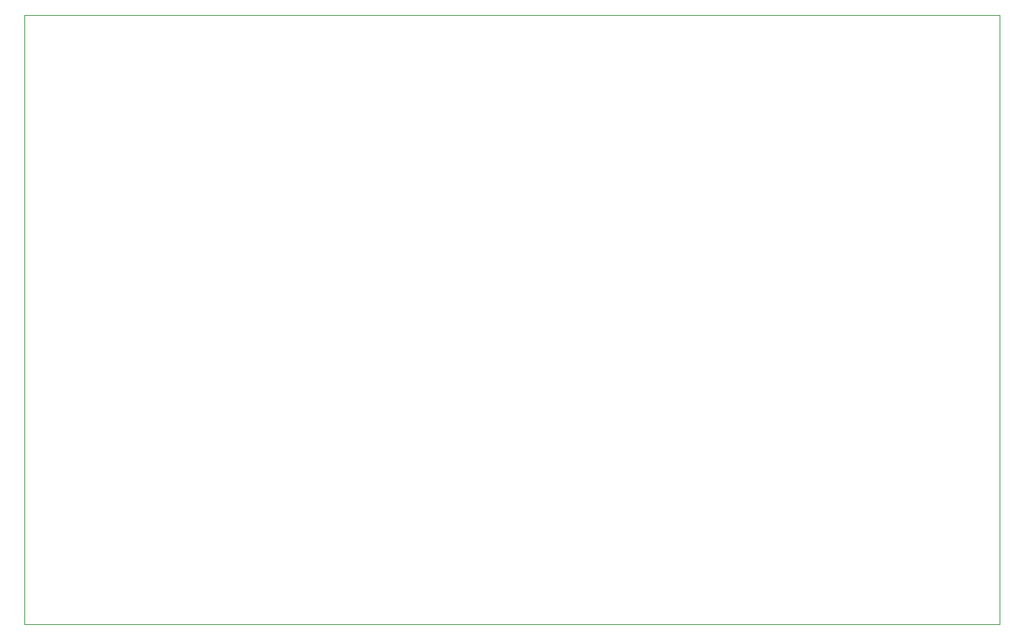
<source format=gbr>
%TF.GenerationSoftware,KiCad,Pcbnew,5.1.12-84ad8e8a86~92~ubuntu20.04.1*%
%TF.CreationDate,2021-12-12T14:48:12+01:00*%
%TF.ProjectId,funkwecker,66756e6b-7765-4636-9b65-722e6b696361,0.1*%
%TF.SameCoordinates,Original*%
%TF.FileFunction,Profile,NP*%
%FSLAX46Y46*%
G04 Gerber Fmt 4.6, Leading zero omitted, Abs format (unit mm)*
G04 Created by KiCad (PCBNEW 5.1.12-84ad8e8a86~92~ubuntu20.04.1) date 2021-12-12 14:48:12*
%MOMM*%
%LPD*%
G01*
G04 APERTURE LIST*
%TA.AperFunction,Profile*%
%ADD10C,0.050000*%
%TD*%
G04 APERTURE END LIST*
D10*
X83820000Y-125349000D02*
X198882000Y-125349000D01*
X83820000Y-53340000D02*
X83820000Y-125349000D01*
X198882000Y-53340000D02*
X198882000Y-125349000D01*
X83820000Y-53340000D02*
X198882000Y-53340000D01*
M02*

</source>
